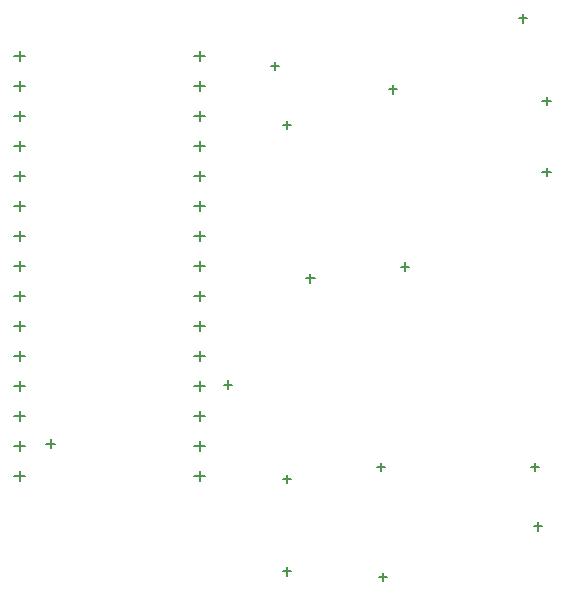
<source format=gbr>
G04*
G04 #@! TF.GenerationSoftware,Altium Limited,Altium Designer,24.6.1 (21)*
G04*
G04 Layer_Color=128*
%FSLAX25Y25*%
%MOIN*%
G70*
G04*
G04 #@! TF.SameCoordinates,E50FEA8C-7DC8-4ABE-93B5-960DD125A3C4*
G04*
G04*
G04 #@! TF.FilePolarity,Positive*
G04*
G01*
G75*
%ADD12C,0.00500*%
D12*
X11508Y48297D02*
X15106D01*
X13307Y46498D02*
Y50096D01*
X11508Y58297D02*
X15106D01*
X13307Y56498D02*
Y60097D01*
X11508Y68297D02*
X15106D01*
X13307Y66498D02*
Y70096D01*
X11508Y78297D02*
X15106D01*
X13307Y76498D02*
Y80097D01*
X11508Y88297D02*
X15106D01*
X13307Y86498D02*
Y90096D01*
X11508Y98297D02*
X15106D01*
X13307Y96498D02*
Y100096D01*
X11508Y108297D02*
X15106D01*
X13307Y106498D02*
Y110097D01*
X11508Y118297D02*
X15106D01*
X13307Y116498D02*
Y120097D01*
X11508Y128297D02*
X15106D01*
X13307Y126498D02*
Y130096D01*
X11508Y138297D02*
X15106D01*
X13307Y136498D02*
Y140096D01*
X11508Y148297D02*
X15106D01*
X13307Y146498D02*
Y150096D01*
X11508Y158297D02*
X15106D01*
X13307Y156498D02*
Y160097D01*
X11508Y168297D02*
X15106D01*
X13307Y166498D02*
Y170097D01*
X11508Y178297D02*
X15106D01*
X13307Y176498D02*
Y180096D01*
X11508Y188297D02*
X15106D01*
X13307Y186498D02*
Y190096D01*
X71508Y188297D02*
X75106D01*
X73307Y186498D02*
Y190096D01*
X71508Y178297D02*
X75106D01*
X73307Y176498D02*
Y180096D01*
X71508Y168297D02*
X75106D01*
X73307Y166498D02*
Y170097D01*
X71508Y158297D02*
X75106D01*
X73307Y156498D02*
Y160097D01*
X71508Y148297D02*
X75106D01*
X73307Y146498D02*
Y150096D01*
X71508Y138297D02*
X75106D01*
X73307Y136498D02*
Y140096D01*
X71508Y128297D02*
X75106D01*
X73307Y126498D02*
Y130096D01*
X71508Y118297D02*
X75106D01*
X73307Y116498D02*
Y120097D01*
X71508Y108297D02*
X75106D01*
X73307Y106498D02*
Y110097D01*
X71508Y98297D02*
X75106D01*
X73307Y96498D02*
Y100096D01*
X71508Y88297D02*
X75106D01*
X73307Y86498D02*
Y90096D01*
X71508Y78297D02*
X75106D01*
X73307Y76498D02*
Y80097D01*
X71508Y68297D02*
X75106D01*
X73307Y66498D02*
Y70096D01*
X71508Y58297D02*
X75106D01*
X73307Y56498D02*
Y60097D01*
X71508Y48297D02*
X75106D01*
X73307Y46498D02*
Y50096D01*
X179702Y200787D02*
X182502D01*
X181102Y199387D02*
Y202187D01*
X97025Y185039D02*
X99825D01*
X98425Y183639D02*
Y186439D01*
X132950Y14665D02*
X135750D01*
X134350Y13265D02*
Y16065D01*
X183639Y51181D02*
X186439D01*
X185039Y49781D02*
Y52581D01*
X132458Y51181D02*
X135258D01*
X133858Y49781D02*
Y52581D01*
X100962Y47244D02*
X103762D01*
X102362Y45844D02*
Y48644D01*
X100962Y16463D02*
X103762D01*
X102362Y15063D02*
Y17863D01*
X100962Y165354D02*
X103762D01*
X102362Y163954D02*
Y166754D01*
X140332Y118110D02*
X143132D01*
X141732Y116710D02*
Y119510D01*
X187576Y149606D02*
X190376D01*
X188976Y148206D02*
Y151006D01*
X184624Y31496D02*
X187424D01*
X186024Y30096D02*
Y32896D01*
X136395Y177165D02*
X139195D01*
X137795Y175765D02*
Y178565D01*
X187576Y173228D02*
X190376D01*
X188976Y171828D02*
Y174628D01*
X108836Y114173D02*
X111636D01*
X110236Y112773D02*
Y115573D01*
X22222Y59055D02*
X25022D01*
X23622Y57655D02*
Y60455D01*
X81277Y78740D02*
X84077D01*
X82677Y77340D02*
Y80140D01*
M02*

</source>
